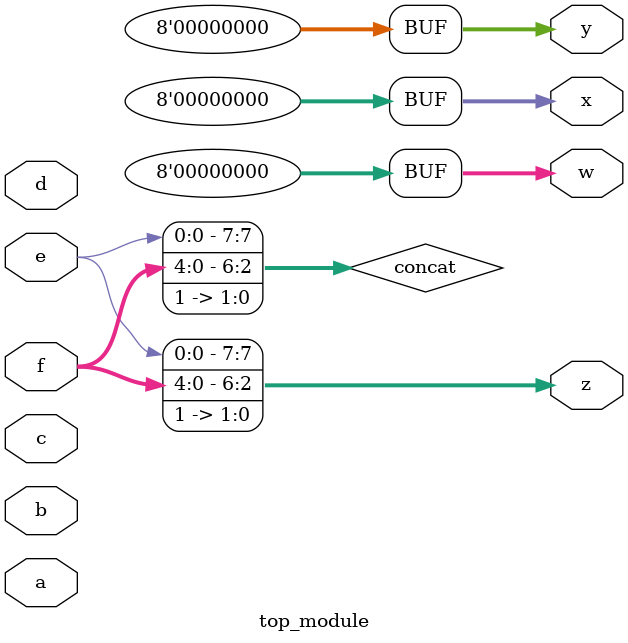
<source format=sv>
module top_module (
    input [4:0] a,
    input [4:0] b,
    input [4:0] c,
    input [4:0] d,
    input [4:0] e,
    input [4:0] f,
    output [7:0] w,
    output [7:0] x,
    output [7:0] y,
    output [7:0] z
);

    wire [7:0] concat;

    assign concat = {a, b, c, d, e, f, 2'b11};

    assign {w, x, y, z} = concat;

endmodule

</source>
